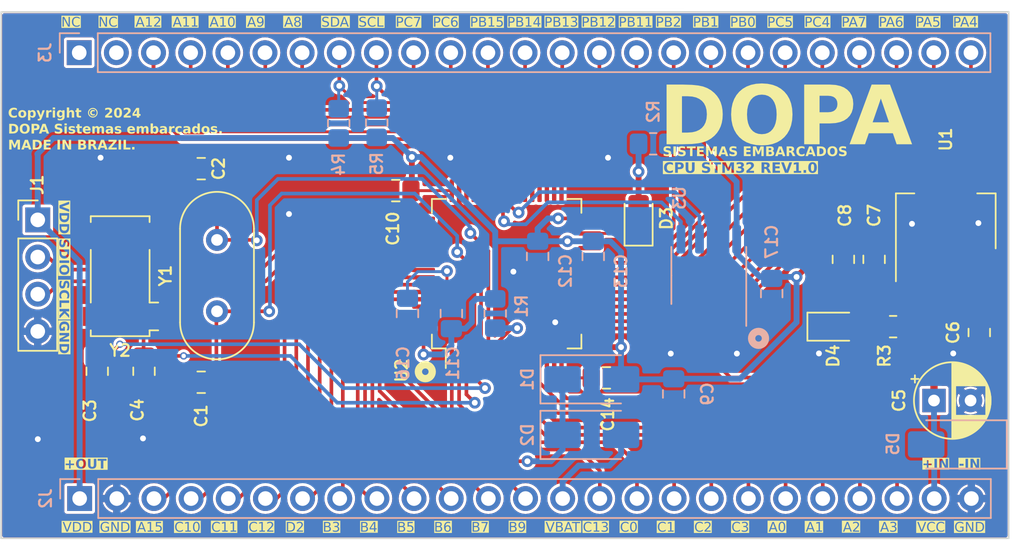
<source format=kicad_pcb>
(kicad_pcb (version 20221018) (generator pcbnew)
  (layers (0 "F.Cu" jumper) (31 "B.Cu" signal) (34 "B.Paste" user) (35 "F.Paste" user) (36 "B.SilkS" user "B.Silkscreen") (37 "F.SilkS" user "F.Silkscreen") (38 "B.Mask" user) (39 "F.Mask" user) (44 "Edge.Cuts" user))
  (net 0 "")
  (net 1 "GND")
  (net 2 "OSC1")
  (net 3 "OSC2")
  (net 4 "RTC1")
  (net 5 "RTC2")
  (net 6 "VCC")
  (net 7 "VDD")
  (net 8 "/Mcu/NRST")
  (net 9 "Net-(U2-PB8)")
  (net 10 "VDDBAT")
  (net 11 "VBT1")
  (net 12 "/Mcu/LED_ON")
  (net 13 "Net-(D3-A)")
  (net 14 "Net-(D4-A)")
  (net 15 "/Mcu/SWDIO")
  (net 16 "/Mcu/SWCLK")
  (net 17 "/Mcu/PA15")
  (net 18 "/Mcu/PC10")
  (net 19 "/Mcu/PC11")
  (net 20 "/Mcu/PC12")
  (net 21 "/Mcu/PD2")
  (net 22 "/Mcu/PB3")
  (net 23 "/Mcu/PB4")
  (net 24 "/Mcu/PB5")
  (net 25 "/Mcu/PB6")
  (net 26 "/Mcu/PB7")
  (net 27 "/Mcu/PB9")
  (net 28 "/Mcu/PC13")
  (net 29 "/Mcu/PC0")
  (net 30 "/Mcu/PC1")
  (net 31 "/Mcu/PC2")
  (net 32 "/Mcu/PC3")
  (net 33 "/Mcu/PA0")
  (net 34 "/Mcu/PA1")
  (net 35 "/Mcu/PA2")
  (net 36 "/Mcu/PA3")
  (net 39 "/Mcu/PA12")
  (net 40 "/Mcu/PA11")
  (net 41 "/Mcu/PA10")
  (net 42 "/Mcu/PA9")
  (net 43 "/Mcu/PA8")
  (net 44 "SDA")
  (net 45 "SCL")
  (net 46 "/Mcu/PC7")
  (net 47 "/Mcu/PC6")
  (net 48 "/Mcu/PB15")
  (net 49 "/Mcu/PB14")
  (net 50 "/Mcu/PB13")
  (net 51 "/Mcu/PB12")
  (net 52 "/Mcu/PB11")
  (net 53 "/Mcu/PB2")
  (net 54 "/Mcu/PB1")
  (net 55 "/Mcu/PB0")
  (net 56 "/Mcu/PC5")
  (net 57 "/Mcu/PC4")
  (net 58 "/Mcu/PA7")
  (net 59 "/Mcu/PA6")
  (net 60 "/Mcu/PA5")
  (net 61 "/Mcu/PA4")
  (footprint "Capacitor_SMD:C_0805_2012Metric_Pad1.18x1.45mm_HandSolder" (layer "F.Cu") (at 171.58 103.32 90)
    (fp_text reference "C8")
    (fp_text value "100nF")
  )
  (footprint "Capacitor_SMD:C_0805_2012Metric_Pad1.18x1.45mm_HandSolder" (layer "F.Cu") (at 127.68 97.12)
    (fp_text reference "C2")
    (fp_text value "12pF")
  )
  (footprint "Capacitor_SMD:C_0805_2012Metric_Pad1.18x1.45mm_HandSolder" (layer "F.Cu") (at 140.98 98.62)
    (fp_text reference "C10")
    (fp_text value "100nF")
  )
  (footprint "Capacitor_THT:CP_Radial_D5.0mm_P2.50mm" (layer "F.Cu") (at 177.774888 112.97)
    (fp_text reference "C5")
    (fp_text value "220x16")
  )
  (footprint "Autoban:Crystal_SMD_Abracon_ABS25 Vertical" (layer "F.Cu") (at 122.14 104.47 180)
    (fp_text reference "Y2")
    (fp_text value "CRYSTAL ABS25")
  )
  (footprint "LED_SMD:LED_0805_2012Metric_Pad1.15x1.40mm_HandSolder" (layer "F.Cu") (at 157.58 100.52 90)
    (fp_text reference "D3")
    (fp_text value "LED")
  )
  (footprint "LED_SMD:LED_0805_2012Metric_Pad1.15x1.40mm_HandSolder" (layer "F.Cu") (at 170.98 107.92)
    (fp_text reference "D4")
    (fp_text value "LED")
  )
  (footprint "Crystal:Crystal_HC49-4H_Vertical" (layer "F.Cu") (at 128.76 106.87 90)
    (fp_text reference "Y1")
    (fp_text value "25Mhz")
  )
  (footprint "Capacitor_SMD:C_0805_2012Metric_Pad1.18x1.45mm_HandSolder" (layer "F.Cu") (at 123.77 110.97 90)
    (fp_text reference "C3")
    (fp_text value "4.3pF")
  )
  (footprint "Capacitor_SMD:C_0805_2012Metric_Pad1.18x1.45mm_HandSolder" (layer "F.Cu") (at 155.38 111.42 180)
    (fp_text reference "C14")
    (fp_text value "100nF")
  )
  (footprint "Capacitor_SMD:C_0805_2012Metric_Pad1.18x1.45mm_HandSolder" (layer "F.Cu") (at 120.57 110.97 90)
    (fp_text reference "C4")
    (fp_text value "4.3pF")
  )
  (footprint "Capacitor_SMD:C_0805_2012Metric_Pad1.18x1.45mm_HandSolder" (layer "F.Cu") (at 173.68 103.32 90)
    (fp_text reference "C7")
    (fp_text value "10uF")
  )
  (footprint "Capacitor_SMD:C_0805_2012Metric_Pad1.18x1.45mm_HandSolder" (layer "F.Cu") (at 180.87 108.32 90)
    (fp_text reference "C6")
    (fp_text value "100nF")
  )
  (footprint "Package_TO_SOT_SMD:SOT-223-3_TabPin2" (layer "F.Cu") (at 178.58 100.72 90)
    (fp_text reference "U1")
    (fp_text value "LM1117MP-3.3")
  )
  (footprint "Connector_PinHeader_2.54mm:PinHeader_1x04_P2.54mm_Vertical" (layer "F.Cu") (at 116.505 100.62)
    (fp_text reference "J1")
    (fp_text value "GRAV")
  )
  (footprint "Resistor_SMD:R_0805_2012Metric_Pad1.20x1.40mm_HandSolder" (layer "F.Cu") (at 174.98 107.92 180)
    (fp_text reference "R3")
    (fp_text value "470R")
  )
  (footprint "Package_QFP:LQFP-64_10x10mm_P0.5mm" (layer "F.Cu") (at 148.56 104.3 90)
    (fp_text reference "U2")
    (fp_text value "STM32G431RBTx")
  )
  (footprint "Capacitor_SMD:C_0805_2012Metric_Pad1.18x1.45mm_HandSolder" (layer "F.Cu") (at 127.68 111.72)
    (fp_text reference "C1")
    (fp_text value "12pF")
  )
  (footprint "Capacitor_SMD:C_0805_2012Metric_Pad1.18x1.45mm_HandSolder" (layer "B.Cu") (at 144.78 107.02 -90)
    (fp_text reference "C11")
    (fp_text value "100nF")
  )
  (footprint "Diode_SMD:D_SMA" (layer "B.Cu") (at 154.38 111.52)
    (fp_text reference "D1")
    (fp_text value "US1M")
  )
  (footprint "Package_SO:SOIC-8_3.9x4.9mm_P1.27mm" (layer "B.Cu") (at 162.38 104.42 90)
    (fp_text reference "U3")
    (fp_text value "24LC64")
  )
  (footprint "Resistor_SMD:R_0805_2012Metric_Pad1.20x1.40mm_HandSolder" (layer "B.Cu") (at 137.08 94.02 -90)
    (fp_text reference "R4")
    (fp_text value "4k7")
  )
  (footprint "Capacitor_SMD:C_0805_2012Metric_Pad1.18x1.45mm_HandSolder" (layer "B.Cu") (at 150.68 103.12 90)
    (fp_text reference "C12")
    (fp_text value "100nF")
  )
  (footprint "Connector_PinHeader_2.54mm:PinHeader_1x25_P2.54mm_Vertical" (layer "B.Cu") (at 119.37 119.67 -90)
    (fp_text reference "J2")
    (fp_text value "LADO ESQ")
  )
  (footprint "Diode_SMD:D_SMA" (layer "B.Cu") (at 154.38 115.32)
    (fp_text reference "D2")
    (fp_text value "US1M")
  )
  (footprint "Capacitor_SMD:C_0805_2012Metric_Pad1.18x1.45mm_HandSolder" (layer "B.Cu") (at 159.98 112.52 90)
    (fp_text reference "C9")
    (fp_text value "10uF")
  )
  (footprint "Connector_PinHeader_2.54mm:PinHeader_1x25_P2.54mm_Vertical" (layer "B.Cu") (at 119.34 89.19 -90)
    (fp_text reference "J3")
    (fp_text value "LADO DIR")
  )
  (footprint "Capacitor_SMD:C_0805_2012Metric_Pad1.18x1.45mm_HandSolder" (layer "B.Cu") (at 166.68 105.6575 90)
    (fp_text reference "C17")
    (fp_text value "100nF")
  )
  (footprint "Capacitor_SMD:C_0805_2012Metric_Pad1.18x1.45mm_HandSolder" (layer "B.Cu") (at 141.78 107.02 90)
    (fp_text reference "C16")
    (fp_text value "100nF")
  )
  (footprint "Diode_SMD:D_SMA" (layer "B.Cu") (at 179.24 115.97 180)
    (fp_text reference "D5")
    (fp_text value "SMAJ6.5CA")
  )
  (footprint "Resistor_SMD:R_0805_2012Metric_Pad1.20x1.40mm_HandSolder" (layer "B.Cu") (at 139.68 93.98 -90)
    (fp_text reference "R5")
    (fp_text value "4k7")
  )
  (footprint "Capacitor_SMD:C_0805_2012Metric_Pad1.18x1.45mm_HandSolder" (layer "B.Cu") (at 154.48 103.12 90)
    (fp_text reference "C13")
    (fp_text value "100nF")
  )
  (footprint "Resistor_SMD:R_0805_2012Metric_Pad1.20x1.40mm_HandSolder" (layer "B.Cu") (at 158.58 95.42 180)
    (fp_text reference "R2")
    (fp_text value "470R")
  )
  (footprint "Resistor_SMD:R_0805_2012Metric_Pad1.20x1.40mm_HandSolder" (layer "B.Cu") (at 147.78 107.02 90)
    (fp_text reference "R1")
    (fp_text value "10k")
  )
  (gr_circle (center 165.78 108.72) (end 165.68 108.52) (stroke (width 0.5)) (fill none) (layer "B.SilkS"))
  (gr_circle (center 143 111) (end 143.223607 111) (stroke (width 0.5)) (fill none) (layer "F.SilkS"))
  (gr_line (start 182.88 86.4) (end 182.88 122.39) (stroke (width 0.1)) (layer "Edge.Cuts"))
  (gr_line (start 114.01 86.41) (end 182.88 86.4) (stroke (width 0.1)) (layer "Edge.Cuts"))
  (gr_line (start 182.88 122.39) (end 114 122.39) (stroke (width 0.1)) (layer "Edge.Cuts"))
  (gr_line (start 114 122.39) (end 114.01 86.41) (stroke (width 0.1)) (layer "Edge.Cuts"))
  (gr_text "A12\n" (at 123.19 87.52) (layer "F.SilkS" knockout) (effects (font (size 0.65 0.65)) (justify left bottom)))
  (gr_text "NC\n" (at 118.11 87.52) (layer "F.SilkS" knockout) (effects (font (size 0.65 0.65)) (justify left bottom)))
  (gr_text "VBAT" (at 151.225 122.045) (layer "F.SilkS" knockout) (effects (font (size 0.65 0.65)) (justify left bottom)))
  (gr_text "B6" (at 143.595 122.045) (layer "F.SilkS" knockout) (effects (font (size 0.65 0.65)) (justify left bottom)))
  (gr_text "C13" (at 153.765 122.045) (layer "F.SilkS" knockout) (effects (font (size 0.65 0.65)) (justify left bottom)))
  (gr_text "Copyright © 2024\nDOPA Sistemas embarcados.\nMADE IN BRAZIL. " (at 114.47 95.92) (layer "F.SilkS") (effects (font (size 0.65 0.65) (thickness 0.15) bold) (justify left bottom)))
  (gr_text "A1" (at 169.005 122.045) (layer "F.SilkS" knockout) (effects (font (size 0.65 0.65)) (justify left bottom)))
  (gr_text "PB15" (at 146.05 87.52) (layer "F.SilkS" knockout) (effects (font (size 0.65 0.65)) (justify left bottom)))
  (gr_text "SDIO" (at 117.88 101.9 270) (layer "F.SilkS" knockout) (effects (font (size 0.65 0.65) (thickness 0.15) bold) (justify left bottom)))
  (gr_text "+OUT" (at 118.32 117.73) (layer "F.SilkS" knockout) (effects (font (size 0.65 0.65) (thickness 0.15) bold) (justify left bottom)))
  (gr_text "A2\n" (at 171.545 122.045) (layer "F.SilkS" knockout) (effects (font (size 0.65 0.65)) (justify left bottom)))
  (gr_text "C0" (at 156.305 122.045) (layer "F.SilkS" knockout) (effects (font (size 0.65 0.65)) (justify left bottom)))
  (gr_text "PA5" (at 176.53 87.52) (layer "F.SilkS" knockout) (effects (font (size 0.65 0.65)) (justify left bottom)))
  (gr_text "A0" (at 166.465 122.045) (layer "F.SilkS" knockout) (effects (font (size 0.65 0.65)) (justify left bottom)))
  (gr_text "VCC" (at 176.625 122.045) (layer "F.SilkS" knockout) (effects (font (size 0.65 0.65)) (justify left bottom)))
  (gr_text "D2" (at 133.445 122.045) (layer "F.SilkS" knockout) (effects (font (size 0.65 0.65)) (justify left bottom)))
  (gr_text "A8" (at 133.35 87.52) (layer "F.SilkS" knockout) (effects (font (size 0.65 0.65)) (justify left bottom)))
  (gr_text "VDD" (at 117.88 99.37 270) (layer "F.SilkS" knockout) (effects (font (size 0.65 0.65) (thickness 0.15) bold) (justify left bottom)))
  (gr_text "PA7" (at 171.45 87.52) (layer "F.SilkS" knockout) (effects (font (size 0.65 0.65)) (justify left bottom)))
  (gr_text "A15\n" (at 123.285 122.045) (layer "F.SilkS" knockout) (effects (font (size 0.65 0.65)) (justify left bottom)))
  (gr_text "PB1" (at 161.29 87.52) (layer "F.SilkS" knockout) (effects (font (size 0.65 0.65)) (justify left bottom)))
  (gr_text "PC5" (at 166.37 87.52) (layer "F.SilkS" knockout) (effects (font (size 0.65 0.65)) (justify left bottom)))
  (gr_text "A3\n" (at 174.085 122.045) (layer "F.SilkS" knockout) (effects (font (size 0.65 0.65)) (justify left bottom)))
  (gr_text "SCLK" (at 117.88 104.72 270) (layer "F.SilkS" knockout) (effects (font (size 0.65 0.65) (thickness 0.15) bold) (justify left bottom)))
  (gr_text "PA4" (at 179.07 87.52) (layer "F.SilkS" knockout) (effects (font (size 0.65 0.65)) (justify left bottom)))
  (gr_text "B9" (at 148.685 122.045) (layer "F.SilkS" knockout) (effects (font (size 0.65 0.65)) (justify left bottom)))
  (gr_text "PB12" (at 153.67 87.52) (layer "F.SilkS" knockout) (effects (font (size 0.65 0.65)) (justify left bottom)))
  (gr_text "SISTEMAS EMBARCADOS" (at 159.22 96.37) (layer "F.SilkS") (effects (font (size 0.65 0.65) (thickness 0.125) bold) (justify left bottom)))
  (gr_text "C2" (at 161.385 122.045) (layer "F.SilkS" knockout) (effects (font (size 0.65 0.65)) (justify left bottom)))
  (gr_text "B7" (at 146.145 122.045) (layer "F.SilkS" knockout) (effects (font (size 0.65 0.65)) (justify left bottom)))
  (gr_text "PA6" (at 173.99 87.52) (layer "F.SilkS" knockout) (effects (font (size 0.65 0.65)) (justify left bottom)))
  (gr_text "-IN" (at 179.47 117.73) (layer "F.SilkS" knockout) (effects (font (size 0.65 0.65) (thickness 0.15) bold) (justify left bottom)))
  (gr_text "B4" (at 138.525 122.045) (layer "F.SilkS" knockout) (effects (font (size 0.65 0.65)) (justify left bottom)))
  (gr_text "GND" (at 120.745 122.045) (layer "F.SilkS" knockout) (effects (font (size 0.65 0.65)) (justify left bottom)))
  (gr_text "PC6" (at 143.51 87.52) (layer "F.SilkS" knockout) (effects (font (size 0.65 0.65)) (justify left bottom)))
  (gr_text "GND" (at 117.88 107.52 270) (layer "F.SilkS" knockout) (effects (font (size 0.65 0.65) (thickness 0.15) bold) (justify left bottom)))
  (gr_text "C1" (at 158.845 122.045) (layer "F.SilkS" knockout) (effects (font (size 0.65 0.65)) (justify left bottom)))
  (gr_text "SDA" (at 135.89 87.52) (layer "F.SilkS" knockout) (effects (font (size 0.65 0.65)) (justify left bottom)))
  (gr_text "PB2" (at 158.75 87.52) (layer "F.SilkS" knockout) (effects (font (size 0.65 0.65)) (justify left bottom)))
  (gr_text "SCL" (at 138.43 87.52) (layer "F.SilkS" knockout) (effects (font (size 0.65 0.65)) (justify left bottom)))
  (gr_text "PC7" (at 140.97 87.52) (layer "F.SilkS" knockout) (effects (font (size 0.65 0.65)) (justify left bottom)))
  (gr_text "PB0" (at 163.83 87.52) (layer "F.SilkS" knockout) (effects (font (size 0.65 0.65)) (justify left bottom)))
  (gr_text "GND" (at 179.165 122.045) (layer "F.SilkS" knockout) (effects (font (size 0.65 0.65)) (justify left bottom)))
  (gr_text "PB14" (at 148.59 87.52) (layer "F.SilkS" knockout) (effects (font (size 0.65 0.65)) (justify left bottom)))
  (gr_text "C12" (at 130.905 122.045) (layer "F.SilkS" knockout) (effects (font (size 0.65 0.65)) (justify left bottom)))
  (gr_text "CPU STM32 REV1.0\n" (at 159.27 97.52) (layer "F.SilkS" knockout) (effects (font (size 0.7 0.7) (thickness 0.15) bold) (justify left bottom)))
  (gr_text "B5" (at 141.065 122.045) (layer "F.SilkS" knockout) (effects (font (size 0.65 0.65)) (justify left bottom)))
  (gr_text "PB13" (at 151.13 87.52) (layer "F.SilkS" knockout) (effects (font (size 0.65 0.65)) (justify left bottom)))
  (gr_text "PC4" (at 168.91 87.52) (layer "F.SilkS" knockout) (effects (font (size 0.65 0.65)) (justify left bottom)))
  (gr_text "C11" (at 128.365 122.045) (layer "F.SilkS" knockout) (effects (font (size 0.65 0.65)) (justify left bottom)))
  (gr_text "PB11" (at 156.21 87.52) (layer "F.SilkS" knockout) (effects (font (size 0.65 0.65)) (justify left bottom)))
  (gr_text "NC\n" (at 120.65 87.52) (layer "F.SilkS" knockout) (effects (font (size 0.65 0.65)) (justify left bottom)))
  (gr_text "VDD\n" (at 118.205 122.045) (layer "F.SilkS" knockout) (effects (font (size 0.65 0.65)) (justify left bottom)))
  (gr_text "+IN" (at 176.96 117.73) (layer "F.SilkS" knockout) (effects (font (size 0.65 0.65) (thickness 0.15) bold) (justify left bottom)))
  (gr_text "A9" (at 130.81 87.52) (layer "F.SilkS" knockout) (effects (font (size 0.65 0.65)) (justify left bottom)))
  (gr_text "A10\n" (at 128.25 87.52) (layer "F.SilkS" knockout) (effects (font (size 0.65 0.65)) (justify left bottom)))
  (gr_text "DOPA" (at 158.98 96.13) (layer "F.SilkS") (effects (font (size 4 4) (thickness 0.15) bold) (justify left bottom)))
  (gr_text "C3" (at 163.925 122.045) (layer "F.SilkS" knockout) (effects (font (size 0.65 0.65)) (justify left bottom)))
  (gr_text "C10\n" (at 125.845 122.045) (layer "F.SilkS" knockout) (effects (font (size 0.65 0.65)) (justify left bottom)))
  (gr_text "A11	" (at 125.73 87.52) (layer "F.SilkS" knockout) (effects (font (size 0.65 0.65)) (justify left bottom)))
  (gr_text "B3" (at 135.985 122.045) (layer "F.SilkS" knockout) (effects (font (size 0.65 0.65)) (justify left bottom)))
  (via (at 120.8 96.37) (size 0.8) (drill 0.4) (layers "F.Cu" "B.Cu") (net 1))
  (via (at 169.91 109.75) (size 0.8) (drill 0.4) (layers "F.Cu" "B.Cu") (net 1))
  (via (at 144.71 96.37) (size 0.8) (drill 0.4) (layers "F.Cu" "B.Cu") (net 1))
  (via (at 151.88 107.62) (size 0.8) (drill 0.4) (layers "F.Cu" "B.Cu") (net 1))
  (via (at 179.09 109.75) (size 0.8) (drill 0.4) (layers "F.Cu" "B.Cu") (net 1))
  (via (at 155.49 96.37) (size 0.8) (drill 0.4) (layers "F.Cu" "B.Cu") (net 1))
  (via (at 133.68 100.22) (size 0.8) (drill 0.4) (layers "F.Cu" "B.Cu") (net 1))
  (via (at 149.02 104.16) (size 0.8) (drill 0.4) (layers "F.Cu" "B.Cu") (net 1))
  (via (at 176.27 100.89) (size 0.8) (drill 0.4) (layers "F.Cu" "B.Cu") (net 1))
  (via (at 159.78 109.76) (size 0.8) (drill 0.4) (layers "F.Cu" "B.Cu") (net 1))
  (via (at 123.7 115.56) (size 0.8) (drill 0.4) (layers "F.Cu" "B.Cu") (net 1))
  (via (at 133.68 96.37) (size 0.8) (drill 0.4) (layers "F.Cu" "B.Cu") (net 1))
  (via (at 180.81 100.84) (size 0.8) (drill 0.4) (layers "F.Cu" "B.Cu") (net 1))
  (via (at 164.3 109.76) (size 0.8) (drill 0.4) (layers "F.Cu" "B.Cu") (net 1))
  (via (at 116.51 115.61) (size 0.8) (drill 0.4) (layers "F.Cu" "B.Cu") (net 1))
  (segment (start 132.33 106.87) (end 128.76 106.87) (width 0.25) (layer "F.Cu") (net 2))
  (segment (start 128.7175 111.72) (end 128.7175 106.9125) (width 0.25) (layer "F.Cu") (net 2))
  (segment (start 145.18 102.82) (end 146.81 104.45) (width 0.25) (layer "F.Cu") (net 2))
  (segment (start 146.81 104.45) (end 146.81 109.975) (width 0.25) (layer "F.Cu") (net 2))
  (segment (start 128.7175 106.9125) (end 128.76 106.87) (width 0.2) (layer "F.Cu") (net 2))
  (via (at 132.33 106.87) (size 0.8) (drill 0.4) (layers "F.Cu" "B.Cu") (net 2))
  (via (at 145.18 102.82) (size 0.8) (drill 0.4) (layers "F.Cu" "B.Cu") (net 2))
  (segment (start 145.18 101.72) (end 142.28 98.82) (width 0.25) (layer "B.Cu") (net 2))
  (segment (start 145.18 102.82) (end 145.18 101.72) (width 0.25) (layer "B.Cu") (net 2))
  (segment (start 142.28 98.82) (end 133.18 98.82) (width 0.25) (layer "B.Cu") (net 2))
  (segment (start 132.38 99.62) (end 132.38 106.82) (width 0.25) (layer "B.Cu") (net 2))
  (segment (start 133.18 98.82) (end 132.38 99.62) (width 0.25) (layer "B.Cu") (net 2))
  (segment (start 132.38 106.82) (end 132.33 106.87) (width 0.25) (layer "B.Cu") (net 2))
  (segment (start 128.76 101.99) (end 128.76 97.1625) (width 0.25) (layer "F.Cu") (net 3))
  (segment (start 131.48 102.02) (end 131.45 101.99) (width 0.25) (layer "F.Cu") (net 3))
  (segment (start 146.08 101.52) (end 147.31 102.75) (width 0.25) (layer "F.Cu") (net 3))
  (segment (start 128.76 97.1625) (end 128.7175 97.12) (width 0.2) (layer "F.Cu") (net 3))
  (segment (start 147.31 102.75) (end 147.31 109.975) (width 0.25) (layer "F.Cu") (net 3))
  (segment (start 131.45 101.99) (end 128.76 101.99) (width 0.25) (layer "F.Cu") (net 3))
  (via (at 146.08 101.52) (size 0.8) (drill 0.4) (layers "F.Cu" "B.Cu") (net 3))
  (via (at 131.48 102.02) (size 0.8) (drill 0.4) (layers "F.Cu" "B.Cu") (net 3))
  (segment (start 131.48 99.27) (end 131.48 102.02) (width 0.25) (layer "B.Cu") (net 3))
  (segment (start 146.08 101.12) (end 142.78 97.82) (width 0.25) (layer "B.Cu") (net 3))
  (segment (start 146.08 101.52) (end 146.08 101.12) (width 0.25) (layer "B.Cu") (net 3))
  (segment (start 142.78 97.82) (end 132.93 97.82) (width 0.25) (layer "B.Cu") (net 3))
  (segment (start 132.93 97.82) (end 131.48 99.27) (width 0.25) (layer "B.Cu") (net 3))
  (segment (start 126.48 109.92) (end 123.7825 109.92) (width 0.25) (layer "F.Cu") (net 4))
  (segment (start 146.38 113.12) (end 145.81 112.55) (width 0.25) (layer "F.Cu") (net 4))
  (segment (start 123.68 107.17) (end 124.73 107.17) (width 0.25) (layer "F.Cu") (net 4))
  (segment (start 123.79 107.17) (end 123.74 107.22) (width 0.25) (layer "F.Cu") (net 4))
  (segment (start 123.74 109.9025) (end 123.77 109.9325) (width 0.25) (layer "F.Cu") (net 4))
  (segment (start 123.7825 109.92) (end 123.77 109.9325) (width 0.25) (layer "F.Cu") (net 4))
  (segment (start 145.81 112.55) (end 145.81 109.975) (width 0.25) (layer "F.Cu") (net 4))
  (segment (start 123.74 109.8025) (end 123.77 109.8325) (width 0.25) (layer "F.Cu") (net 4))
  (segment (start 123.74 107.22) (end 123.74 109.9025) (width 0.25) (layer "F.Cu") (net 4))
  (via (at 146.38 113.12) (size 0.8) (drill 0.4) (layers "F.Cu" "B.Cu") (net 4))
  (via (at 126.48 109.92) (size 0.5) (drill 0.3) (layers "F.Cu" "B.Cu") (net 4))
  (segment (start 136.98 113.12) (end 146.38 113.12) (width 0.25) (layer "B.Cu") (net 4))
  (segment (start 126.48 109.92) (end 133.78 109.92) (width 0.25) (layer "B.Cu") (net 4))
  (segment (start 133.78 109.92) (end 136.98 113.12) (width 0.25) (layer "B.Cu") (net 4))
  (segment (start 120.54 107.22) (end 120.54 109.9025) (width 0.25) (layer "F.Cu") (net 5))
  (segment (start 120.57 109.9325) (end 121.3075 109.9325) (width 0.25) (layer "F.Cu") (net 5))
  (segment (start 120.54 109.9025) (end 120.57 109.9325) (width 0.25) (layer "F.Cu") (net 5))
  (segment (start 147.08 112.12) (end 146.31 111.35) (width 0.25) (layer "F.Cu") (net 5))
  (segment (start 121.3075 109.9325) (end 122.12 109.12) (width 0.25) (layer "F.Cu") (net 5))
  (segment (start 120.54 109.8025) (end 120.57 109.8325) (width 0.25) (layer "F.Cu") (net 5))
  (segment (start 146.31 111.35) (end 146.31 109.975) (width 0.25) (layer "F.Cu") (net 5))
  (via (at 147.08 112.12) (size 0.8) (drill 0.4) (layers "F.Cu" "B.Cu") (net 5))
  (via (at 122.12 109.12) (size 0.5) (drill 0.3) (layers "F.Cu" "B.Cu") (net 5))
  (segment (start 134.38 109.12) (end 122.12 109.12) (width 0.25) (layer "B.Cu") (net 5))
  (segment (start 137.38 112.12) (end 134.38 109.12) (width 0.25) (layer "B.Cu") (net 5))
  (segment (start 147.08 112.12) (end 137.38 112.12) (width 0.25) (layer "B.Cu") (net 5))
  (segment (start 177.824888 113.34) (end 177.774888 113.29) (width 0.5) (layer "F.Cu") (net 6))
  (segment (start 177.774888 113.29) (end 177.774888 108.725112) (width 0.5) (layer "F.Cu") (net 6))
  (segment (start 179.2175 107.2825) (end 180.87 107.2825) (width 0.5) (layer "F.Cu") (net 6))
  (segment (start 180.87 107.2825) (end 180.88 107.2725) (width 0.5) (layer "F.Cu") (net 6))
  (segment (start 180.88 107.2725) (end 180.88 103.87) (width 0.5) (layer "F.Cu") (net 6))
  (segment (start 177.774888 108.725112) (end 179.2175 107.2825) (width 0.5) (layer "F.Cu") (net 6))
  (segment (start 177.79 116.52) (end 177.24 115.97) (width 0.4) (layer "B.Cu") (net 6))
  (segment (start 177.79 119.67) (end 177.79 116.52) (width 0.4) (layer "B.Cu") (net 6))
  (segment (start 177.774888 115.435112) (end 177.774888 113.29) (width 0.4) (layer "B.Cu") (net 6))
  (segment (start 177.24 115.97) (end 177.774888 115.435112) (width 0.4) (layer "B.Cu") (net 6))
  (segment (start 177.774888 113.29) (end 177.824888 113.34) (width 0.4) (layer "B.Cu") (net 6))
  (segment (start 170.68 102.22) (end 168.38 104.52) (width 0.4) (layer "F.Cu") (net 7))
  (segment (start 152.7175 102.0825) (end 152.75 102.05) (width 0.2) (layer "F.Cu") (net 7))
  (segment (start 154.88 109.32) (end 154.3425 109.8575) (width 0.4) (layer "F.Cu") (net 7))
  (segment (start 144.805 98.62) (end 144.81 98.625) (width 0.2) (layer "F.Cu") (net 7))
  (segment (start 178.58 103.87) (end 178.58 97.57) (width 0.5) (layer "F.Cu") (net 7))
  (segment (start 172.38 102.22) (end 173.6425 102.22) (width 0.5) (layer "F.Cu") (net 7))
  (segment (start 173.68 99.82) (end 175.93 97.57) (width 0.5) (layer "F.Cu") (net 7))
  (segment (start 172.38 102.22) (end 170.68 102.22) (width 0.4) (layer "F.Cu") (net 7))
  (segment (start 156.38 109.32) (end 154.88 109.32) (width 0.4) (layer "F.Cu") (net 7))
  (segment (start 142.88 108.055) (end 142.885 108.05) (width 0.25) (layer "F.Cu") (net 7))
  (segment (start 173.68 102.1825) (end 173.68 99.82) (width 0.5) (layer "F.Cu") (net 7))
  (segment (start 154.205 100.52) (end 154.235 100.55) (width 0.25) (layer "F.Cu") (net 7))
  (segment (start 178.58 105.32) (end 175.98 107.92) (width 0.5) (layer "F.Cu") (net 7))
  (segment (start 152.31 109.975) (end 152.31 111.05) (width 0.2) (layer "F.Cu") (net 7))
  (segment (start 142.08 98.5575) (end 142.0175 98.62) (width 0.4) (layer "F.Cu") (net 7))
  (segment (start 152.75 102.05) (end 154.235 102.05) (width 0.2) (layer "F.Cu") (net 7))
  (segment (start 142.88 109.82) (end 142.88 108.055) (width 0.25) (layer "F.Cu") (net 7))
  (segment (start 152.68 111.42) (end 154.3425 111.42) (width 0.2) (layer "F.Cu") (net 7))
  (segment (start 175.93 97.57) (end 178.58 97.57) (width 0.5) (layer "F.Cu") (net 7))
  (segment (start 142.0175 98.62) (end 144.805 98.62) (width 0.2) (layer "F.Cu") (net 7))
  (segment (start 173.6425 102.22) (end 173.68 102.1825) (width 0.5) (layer "F.Cu") (net 7))
  (segment (start 154.3425 109.8575) (end 154.3425 111.42) (width 0.4) (layer "F.Cu") (net 7))
  (segment (start 152.31 111.05) (end 152.68 111.42) (width 0.2) (layer "F.Cu") (net 7))
  (segment (start 152.08 100.52) (end 154.205 100.52) (width 0.25) (layer "F.Cu") (net 7))
  (segment (start 142.08 96.32) (end 142.08 98.5575) (width 0.4) (layer "F.Cu") (net 7))
  (segment (start 178.58 103.87) (end 178.58 105.32) (width 0.5) (layer "F.Cu") (net 7))
  (via (at 168.38 104.52) (size 0.8) (drill 0.4) (layers "F.Cu" "B.Cu") (net 7))
  (via (at 152.08 100.52) (size 0.8) (drill 0.4) (layers "F.Cu" "B.Cu") (net 7))
  (via (at 142.08 96.32) (size 0.8) (drill 0.4) (layers "F.Cu" "B.Cu") (net 7))
  (via (at 156.38 109.32) (size 0.8) (drill 0.4) (layers "F.Cu" "B.Cu") (net 7))
  (via (at 152.7175 102.0825) (size 0.8) (drill 0.4) (layers "F.Cu" "B.Cu") (net 7))
  (via (at 142.88 109.82) (size 0.8) (drill 0.4) (layers "F.Cu" "B.Cu") (net 7))
  (segment (start 116.48 96.12) (end 116.505 96.145) (width 0.4) (layer "B.Cu") (net 7))
  (segment (start 165.88 104.52) (end 168.38 104.52) (width 0.4) (layer "B.Cu") (net 7))
  (segment (start 116.505 96.145) (end 116.505 100.62) (width 0.4) (layer "B.Cu") (net 7))
  (segment (start 147.78 102.0825) (end 150.68 102.0825) (width 0.4) (layer "B.Cu") (net 7))
  (segment (start 155.6425 102.0825) (end 154.48 102.0825) (width 0.4) (layer "B.Cu") (net 7))
  (segment (start 144.78 109.22) (end 144.18 109.82) (width 0.4) (layer "B.Cu") (net 7))
  (segment (start 156.38 111.52) (end 159.9425 111.52) (width 0.4) (layer "B.Cu") (net 7))
  (segment (start 142.68 96.32) (end 142.08 96.32) (width 0.4) (layer "B.Cu") (net 7))
  (segment (start 119.37 120.14) (end 119.37 103.485) (width 0.4) (layer "B.Cu") (net 7))
  (segment (start 164.285 101.945) (end 164.285 102.925) (width 0.4) (layer "B.Cu") (net 7))
  (segment (start 168.38 107.62) (end 168.38 104.52) (width 0.4) (layer "B.Cu") (net 7))
  (segment (start 119.37 103.485) (end 116.505 100.62) (width 0.4) (layer "B.Cu") (net 7))
  (segment (start 147.78 101.42) (end 142.68 96.32) (width 0.4) (layer "B.Cu") (net 7))
  (segment (start 147.78 102.0825) (end 147.78 101.42) (width 0.4) (layer "B.Cu") (net 7))
  (segment (start 144.78 108.0575) (end 144.78 109.22) (width 0.4) (layer "B.Cu") (net 7))
  (segment (start 156.38 102.82) (end 155.6425 102.0825) (width 0.4) (layer "B.Cu") (net 7))
  (segment (start 161.68 95.42) (end 164.285 98.025) (width 0.4) (layer "B.Cu") (net 7))
  (segment (start 146.48 106.02) (end 147.78 106.02) (width 0.4) (layer "B.Cu") (net 7))
  (segment (start 146.18 106.32) (end 146.48 106.02) (width 0.4) (layer "B.Cu") (net 7))
  (segment (start 151.38 100.52) (end 152.08 100.52) (width 0.4) (layer "B.Cu") (net 7))
  (segment (start 137.08 95.02) (end 140.78 95.02) (width 0.4) (layer "B.Cu") (net 7))
  (segment (start 150.68 101.22) (end 151.38 100.52) (width 0.4) (layer "B.Cu") (net 7))
  (segment (start 159.98 111.4825) (end 164.5175 111.4825) (width 0.4) (layer "B.Cu") (net 7))
  (segment (start 152.7175 102.0825) (end 150.68 102.0825) (width 0.4) (layer "B.Cu") (net 7))
  (segment (start 164.285 102.925) (end 165.88 104.52) (width 0.4) (layer "B.Cu") (net 7))
  (segment (start 164.285 98.025) (end 164.285 101.945) (width 0.4) (layer "B.Cu") (net 7))
  (segment (start 159.58 95.42) (end 161.68 95.42) (width 0.4) (layer "B.Cu") (net 7))
  (segment (start 147.78 106.02) (end 147.78 102.0825) (width 0.4) (layer "B.Cu") (net 7))
  (segment (start 144.78 108.0575) (end 145.7425 108.0575) (width 0.4) (layer "B.Cu") (net 7))
  (segment (start 156.38 111.52) (end 156.38 102.82) (width 0.4) (layer "B.Cu") (net 7))
  (segment (start 164.5175 111.4825) (end 168.38 107.62) (width 0.4) (layer "B.Cu") (net 7))
  (segment (start 152.7175 102.0825) (end 154.48 102.0825) (width 0.4) (layer "B.Cu") (net 7))
  (segment (start 150.68 102.0825) (end 150.68 101.22) (width 0.4) (layer "B.Cu") (net 7))
  (segment (start 137.08 95.02) (end 117.58 95.02) (width 0.4) (layer "B.Cu") (net 7))
  (segment (start 145.7425 108.0575) (end 146.18 107.62) (width 0.4) (layer "B.Cu") (net 7))
  (segment (start 117.58 95.02) (end 116.48 96.12) (width 0.4) (layer "B.Cu") (net 7))
  (segment (start 159.9425 111.52) (end 159.98 111.4825) (width 0.4) (layer "B.Cu") (net 7))
  (segment (start 140.78 95.02) (end 142.08 96.32) (width 0.4) (layer "B.Cu") (net 7))
  (segment (start 146.18 107.62) (end 146.18 106.32) (width 0.4) (layer "B.Cu") (net 7))
  (segment (start 144.18 109.82) (end 142.88 109.82) (width 0.4) (layer "B.Cu") (net 7))
  (segment (start 147.81 109.132236) (end 148.922236 108.02) (width 0.25) (layer "F.Cu") (net 8))
  (segment (start 147.81 109.975) (end 147.81 109.132236) (width 0.25) (layer "F.Cu") (net 8))
  (segment (start 148.922236 108.02) (end 149.28 108.02) (width 0.25) (layer "F.Cu") (net 8))
  (via (at 149.28 108.02) (size 0.8) (drill 0.4) (layers "F.Cu" "B.Cu") (net 8))
  (segment (start 147.78 108.02) (end 149.28 108.02) (width 0.4) (layer "B.Cu") (net 8))
  (segment (start 144.48 104.12) (end 144.48 105.82) (width 0.2) (layer "F.Cu") (net 9))
  (segment (start 143.75 106.55) (end 142.885 106.55) (width 0.2) (layer "F.Cu") (net 9))
  (segment (start 144.48 105.82) (end 143.75 106.55) (width 0.2) (layer "F.Cu") (net 9))
  (via (at 144.48 104.12) (size 0.8) (drill 0.4) (layers "F.Cu" "B.Cu") (net 9))
  (segment (start 141.78 105.9825) (end 141.78 104.8575) (width 0.2) (layer "B.Cu") (net 9))
  (segment (start 144.48 104.12) (end 144.4425 104.1575) (width 0.2) (layer "B.Cu") (net 9))
  (segment (start 144.4425 104.1575) (end 142.48 104.1575) (width 0.2) (layer "B.Cu") (net 9))
  (segment (start 141.78 104.8575) (end 142.48 104.1575) (width 0.2) (layer "B.Cu") (net 9))
  (segment (start 149.98 117.12) (end 148.18 117.12) (width 0.25) (layer "F.Cu") (net 10))
  (segment (start 144.81 113.75) (end 144.81 109.975) (width 0.25) (layer "F.Cu") (net 10))
  (segment (start 148.18 117.12) (end 144.81 113.75) (width 0.25) (layer "F.Cu") (net 10))
  (via (at 149.98 117.12) (size 0.8) (drill 0.4) (layers "F.Cu" "B.Cu") (net 10))
  (segment (start 151.58 117.12) (end 149.98 117.12) (width 0.4) (layer "B.Cu") (net 10))
  (segment (start 152.38 111.52) (end 152.38 115.32) (width 0.4) (layer "B.Cu") (net 10))
  (segment (start 152.38 115.32) (end 152.38 116.32) (width 0.4) (layer "B.Cu") (net 10))
  (segment (start 152.39 116.03) (end 152.38 116.02) (width 0.2) (layer "B.Cu") (net 10))
  (segment (start 152.38 116.32) (end 151.58 117.12) (width 0.4) (layer "B.Cu") (net 10))
  (segment (start 152.39 118.51) (end 153.48 117.42) (width 0.4) (layer "B.Cu") (net 11))
  (segment (start 152.39 120.14) (end 152.39 118.51) (width 0.4) (layer "B.Cu") (net 11))
  (segment (start 153.48 117.42) (end 155.58 117.42) (width 0.4) (layer "B.Cu") (net 11))
  (segment (start 155.58 117.42) (end 156.38 116.62) (width 0.4) (layer "B.Cu") (net 11))
  (segment (start 156.38 116.62) (end 156.38 115.32) (width 0.4) (layer "B.Cu") (net 11))
  (segment (start 157.58 101.545) (end 154.24 101.545) (width 0.2) (layer "F.Cu") (net 12))
  (segment (start 154.24 101.545) (end 154.235 101.55) (width 0.2) (layer "F.Cu") (net 12))
  (segment (start 157.58 97.32) (end 157.58 99.495) (width 0.4) (layer "F.Cu") (net 13))
  (via (at 157.58 97.32) (size 0.8) (drill 0.4) (layers "F.Cu" "B.Cu") (net 13))
  (segment (start 157.58 95.42) (end 157.58 97.32) (width 0.4) (layer "B.Cu") (net 13))
  (segment (start 173.98 107.92) (end 172.005 107.92) (width 0.4) (layer "F.Cu") (net 14))
  (segment (start 135.25 100.55) (end 131.78 104.02) (width 0.25) (layer "F.Cu") (net 15))
  (segment (start 142.885 100.55) (end 135.25 100.55) (width 0.25) (layer "F.Cu") (net 15))
  (segment (start 131.78 104.02) (end 118.08 104.02) (width 0.25) (layer "F.Cu") (net 15))
  (segment (start 118.08 104.02) (end 116.82 102.76) (width 0.25) (layer "F.Cu") (net 15))
  (segment (start 116.82 102.76) (end 116.505 102.76) (width 0.25) (layer "F.Cu") (net 15))
  (segment (start 132.08 104.82) (end 135.85 101.05) (width 0.25) (layer "F.Cu") (net 16))
  (segment (start 118.08 104.82) (end 132.08 104.82) (width 0.25) (layer "F.Cu") (net 16))
  (segment (start 117.2 105.7) (end 118.08 104.82) (width 0.25) (layer "F.Cu") (net 16))
  (segment (start 135.85 101.05) (end 142.885 101.05) (width 0.25) (layer "F.Cu") (net 16))
  (segment (start 116.505 105.7) (end 117.2 105.7) (width 0.25) (layer "F.Cu") (net 16))
  (segment (start 133.38 111.42) (end 133.38 104.22) (width 0.25) (layer "F.Cu") (net 17))
  (segment (start 124.66 120.14) (end 133.38 111.42) (width 0.25) (layer "F.Cu") (net 17))
  (segment (start 133.38 104.22) (end 136.05 101.55) (width 0.25) (layer "F.Cu") (net 17))
  (segment (start 136.05 101.55) (end 142.885 101.55) (width 0.25) (layer "F.Cu") (net 17))
  (segment (start 124.45 120.14) (end 124.66 120.14) (width 0.25) (layer "F.Cu") (net 17))
  (segment (start 136.65 102.05) (end 142.885 102.05) (width 0.25) (layer "F.Cu") (net 18))
  (segment (start 126.99 120.14) (end 127.16 120.14) (width 0.25) (layer "F.Cu") (net 18))
  (segment (start 134.18 104.52) (end 136.65 102.05) (width 0.25) (layer "F.Cu") (net 18))
  (segment (start 127.16 120.14) (end 134.18 113.12) (width 0.25) (layer "F.Cu") (net 18))
  (segment (start 134.18 113.12) (end 134.18 104.52) (width 0.25) (layer "F.Cu") (net 18))
  (segment (start 129.76 120.14) (end 134.98 114.92) (width 0.25) (layer "F.Cu") (net 19))
  (segment (start 134.98 104.82) (end 137.25 102.55) (width 0.25) (layer "F.Cu") (net 19))
  (segment (start 134.98 114.92) (end 134.98 104.82) (width 0.25) (layer "F.Cu") (net 19))
  (segment (start 129.53 120.14) (end 129.76 120.14) (width 0.25) (layer "F.Cu") (net 19))
  (segment (start 137.25 102.55) (end 142.885 102.55) (width 0.25) (layer "F.Cu") (net 19))
  (segment (start 137.85 103.05) (end 142.885 103.05) (width 0.25) (layer "F.Cu") (net 20))
  (segment (start 135.78 105.12) (end 137.85 103.05) (width 0.25) (layer "F.Cu") (net 20))
  (segment (start 135.78 116.72) (end 135.78 105.12) (width 0.25) (layer "F.Cu") (net 20))
  (segment (start 132.07 120.14) (end 132.36 120.14) (width 0.25) (layer "F.Cu") (net 20))
  (segment (start 132.36 120.14) (end 135.78 116.72) (width 0.25) (layer "F.Cu") (net 20))
  (segment (start 136.58 105.52) (end 138.55 103.55) (width 0.25) (layer "F.Cu") (net 21))
  (segment (start 134.61 120.14) (end 136.58 118.17) (width 0.25) (layer "F.Cu") (net 21))
  (segment (start 138.55 103.55) (end 142.885 103.55) (width 0.25) (layer "F.Cu") (net 21))
  (segment (start 136.58 118.17) (end 136.58 105.52) (width 0.25) (layer "F.Cu") (net 21))
  (segment (start 137.36 105.9) (end 139.21 104.05) (width 0.25) (layer "F.Cu") (net 22))
  (segment (start 139.21 104.05) (end 142.885 104.05) (width 0.25) (layer "F.Cu") (net 22))
  (segment (start 137.36 119.93) (end 137.36 105.9) (width 0.25) (layer "F.Cu") (net 22))
  (segment (start 137.15 120.14) (end 137.36 119.93) (width 0.25) (layer "F.Cu") (net 22))
  (segment (start 139.81 104.55) (end 142.885 104.55) (width 0.25) (layer "F.Cu") (net 23))
  (segment (start 138.38 118.83) (end 138.38 105.98) (width 0.25) (layer "F.Cu") (net 23))
  (segment (start 138.38 105.98) (end 139.81 104.55) (width 0.25) (layer "F.Cu") (net 23))
  (segment (start 139.69 120.14) (end 138.38 118.83) (width 0.25) (layer "F.Cu") (net 23))
  (segment (start 138.88 106.22) (end 140.05 105.05) (width 0.25) (layer "F.Cu") (net 24))
  (segment (start 142.23 119.57) (end 138.88 116.22) (width 0.25) (layer "F.Cu") (net 24))
  (segment (start 140.05 105.05) (end 142.885 105.05) (width 0.25) (layer "F.Cu") (net 24))
  (segment (start 138.88 116.22) (end 138.88 106.22) (width 0.25) (layer "F.Cu") (net 24))
  (segment (start 142.23 120.14) (end 142.23 119.57) (width 0.25) (layer "F.Cu") (net 24))
  (segment (start 144.77 119.71) (end 139.38 114.32) (width 0.25) (layer "F.Cu") (net 25))
  (segment (start 140.25 105.55) (end 142.885 105.55) (width 0.25) (layer "F.Cu") (net 25))
  (segment (start 139.38 114.32) (end 139.38 106.42) (width 0.25) (layer "F.Cu") (net 25))
  (segment (start 144.77 120.14) (end 144.77 119.71) (width 0.25) (layer "F.Cu") (net 25))
  (segment (start 139.38 106.42) (end 140.25 105.55) (width 0.25) (layer "F.Cu") (net 25))
  (segment (start 147.31 119.75) (end 139.88 112.32) (width 0.25) (layer "F.Cu") (net 26))
  (segment (start 139.88 106.62) (end 140.45 106.05) (width 0.25) (layer "F.Cu") (net 26))
  (segment (start 147.31 120.14) (end 147.31 119.75) (width 0.25) (layer "F.Cu") (net 26))
  (segment (start 140.45 106.05) (end 142.885 106.05) (width 0.25) (layer "F.Cu") (net 26))
  (segment (start 139.88 112.32) (end 139.88 106.62) (width 0.25) (layer "F.Cu") (net 26))
  (segment (start 149.85 120.14) (end 149.85 119.69) (width 0.25) (layer "F.Cu") (net 27))
  (segment (start 140.38 107.62) (end 140.95 107.05) (width 0.25) (layer "F.Cu") (net 27))
  (segment (start 140.95 107.05) (end 142.885 107.05) (width 0.25) (layer "F.Cu") (net 27))
  (segment (start 140.38 110.22) (end 140.38 107.62) (width 0.25) (layer "F.Cu") (net 27))
  (segment (start 149.85 119.69) (end 140.38 110.22) (width 0.25) (layer "F.Cu") (net 27))
  (segment (start 145.31 113.25) (end 148.38 116.32) (width 0.25) (layer "F.Cu") (net 28))
  (segment (start 148.38 116.32) (end 153.48 116.32) (width 0.25) (layer "F.Cu") (net 28))
  (segment (start 145.31 109.975) (end 145.31 113.25) (width 0.25) (layer "F.Cu") (net 28))
  (segment (start 154.93 117.77) (end 154.93 120.14) (width 0.25) (layer "F.Cu") (net 28))
  (segment (start 153.48 116.32) (end 154.93 117.77) (width 0.25) (layer "F.Cu") (net 28))
  (segment (start 150.88 115.82) (end 155.98 115.82) (width 0.25) (layer "F.Cu") (net 29))
  (segment (start 157.47 117.31) (end 157.47 120.14) (width 0.25) (layer "F.Cu") (net 29))
  (segment (start 148.31 113.25) (end 150.88 115.82) (width 0.25) (layer "F.Cu") (net 29))
  (segment (start 148.31 109.975) (end 148.31 113.25) (width 0.25) (layer "F.Cu") (net 29))
  (segment (start 155.98 115.82) (end 157.47 117.31) (width 0.25) (layer "F.Cu") (net 29))
  (segment (start 158.58 115.32) (end 160.01 116.75) (width 0.25) (layer "F.Cu") (net 30))
  (segment (start 151.18 115.32) (end 158.58 115.32) (width 0.25) (layer "F.Cu") (net 30))
  (segment (start 148.81 112.95) (end 151.18 115.32) (width 0.25) (layer "F.Cu") (net 30))
  (segment (start 148.81 109.975) (end 148.81 112.95) (width 0.25) (layer "F.Cu") (net 30))
  (segment (start 160.01 116.75) (end 160.01 120.14) (width 0.25) (layer "F.Cu") (net 30))
  (segment (start 149.31 109.975) (end 149.31 112.65) (width 0.25) (layer "F.Cu") (net 31))
  (segment (start 162.55 116.19) (end 162.55 120.14) (width 0.25) (layer "F.Cu") (net 31))
  (segment (start 161.18 114.82) (end 162.55 116.19) (width 0.25) (layer "F.Cu") (net 31))
  (segment (start 151.48 114.82) (end 161.18 114.82) (width 0.25) (layer "F.Cu") (net 31))
  (segment (start 149.31 112.65) (end 151.48 114.82) (width 0.25) (layer "F.Cu") (net 31))
  (segment (start 149.81 109.975) (end 149.81 112.35) (width 0.25) (layer "F.Cu") (net 32))
  (segment (start 165.09 115.63) (end 165.09 120.14) (width 0.25) (layer "F.Cu") (net 32))
  (segment (start 163.78 114.32) (end 165.09 115.63) (width 0.25) (layer "F.Cu") (net 32))
  (segment (start 151.78 114.32) (end 163.78 114.32) (width 0.25) (layer "F.Cu") (net 32))
  (segment (start 149.81 112.35) (end 151.78 114.32) (width 0.25) (layer "F.Cu") (net 32))
  (segment (start 167.63 120.14) (end 167.63 115.17) (width 0.25) (layer "F.Cu") (net 33))
  (segment (start 166.28 113.82) (end 152.08 113.82) (width 0.25) (layer "F.Cu") (net 33))
  (segment (start 152.08 113.82) (end 150.31 112.05) (width 0.25) (layer "F.Cu") (net 33))
  (segment (start 150.31 112.05) (end 150.31 109.975) (width 0.25) (layer "F.Cu") (net 33))
  (segment (start 167.63 115.17) (end 166.28 113.82) (width 0.25) (layer "F.Cu") (net 33))
  (segment (start 168.88 113.32) (end 170.17 114.61) (width 0.25) (layer "F.Cu") (net 34))
  (segment (start 150.81 111.75) (end 152.38 113.32) (width 0.25) (layer "F.Cu") (net 34))
  (segment (start 152.38 113.32) (end 168.88 113.32) (width 0.25) (layer "F.Cu") (net 34))
  (segment (start 150.81 109.975) (end 150.81 111.75) (width 0.25) (layer "F.Cu") (net 34))
  (segment (start 170.17 114.61) (end 170.17 120.14) (width 0.25) (layer "F.Cu") (net 34))
  (segment (start 152.68 112.82) (end 171.48 112.82) (width 0.25) (layer "F.Cu") (net 35))
  (segment (start 151.31 109.975) (end 151.31 111.45) (width 0.25) (layer "F.Cu") (net 35))
  (segment (start 172.71 114.05) (end 172.71 120.14) (width 0.25) (layer "F.Cu") (net 35))
  (segment (start 151.31 111.45) (end 152.68 112.82) (width 0.25) (layer "F.Cu") (net 35))
  (segment (start 171.48 112.82) (end 172.71 114.05) (width 0.25) (layer "F.Cu") (net 35))
  (segment (start 160.51 108.05) (end 163.86 111.4) (width 0.25) (layer "F.Cu") (net 36))
  (segment (start 154.235 108.05) (end 160.51 108.05) (width 0.25) (layer "F.Cu") (net 36))
  (segment (start 175.25 113.19) (end 175.25 120.14) (width 0.25) (layer "F.Cu") (net 36))
  (segment (start 173.46 111.4) (end 175.25 113.19) (width 0.25) (layer "F.Cu") (net 36))
  (segment (start 163.86 111.4) (end 173.46 111.4) (width 0.25) (layer "F.Cu") (net 36))
  (segment (start 126.36 95.1) (end 124.42 93.16) (width 0.25) (layer "F.Cu") (net 39))
  (segment (start 145.81 98.625) (end 145.81 95.65) (width 0.25) (layer "F.Cu") (net 39))
  (segment (start 145.26 95.1) (end 126.36 95.1) (width 0.25) (layer "F.Cu") (net 39))
  (segment (start 124.42 93.16) (end 124.42 88.72) (width 0.25) (layer "F.Cu") (net 39))
  (segment (start 145.81 95.65) (end 145.26 95.1) (width 0.25) (layer "F.Cu") (net 39))
  (segment (start 124.42 91.32) (end 124.42 88.72) (width 0.25) (layer "F.Cu") (net 39))
  (segment (start 124.41 91.33) (end 124.42 91.32) (width 0.25) (layer "F.Cu") (net 39))
  (segment (start 128.36 94.6) (end 126.96 93.2) (width 0.2) (layer "F.Cu") (net 40))
  (segment (start 145.56 94.6) (end 128.36 94.6) (width 0.2) (layer "F.Cu") (net 40))
  (segment (start 146.31 95.35) (end 145.56 94.6) (width 0.2) (layer "F.Cu") (net 40))
  (segment (start 126.96 93.2) (end 126.96 90.8) (width 0.2) (layer "F.Cu") (net 40))
  (segment (start 126.96 88.72) (end 126.96 90.8) (width 0.25) (layer "F.Cu") (net 40))
  (segment (start 146.31 98.625) (end 146.31 95.35) (width 0.2) (layer "F.Cu") (net 40))
  (segment (start 146.81 95.15) (end 145.76 94.1) (width 0.25) (layer "F.Cu") (net 41))
  (segment (start 129.5 92.76) (end 129.5 88.72) (width 0.25) (layer "F.Cu") (net 41))
  (segment (start 146.81 98.625) (end 146.81 95.15) (width 0.25) (layer "F.Cu") (net 41))
  (segment (start 130.84 94.1) (end 129.5 92.76) (width 0.25) (layer "F.Cu") (net 41))
  (segment (start 145.76 94.1) (end 130.84 94.1) (width 0.25) (layer "F.Cu") (net 41))
  (segment (start 147.31 98.625) (end 147.31 94.95) (width 0.2) (layer "F.Cu") (net 42))
  (segment (start 145.96 93.6) (end 133.26 93.6) (width 0.2) (layer "F.Cu") (net 42))
  (segment (start 132.06 92.4) (end 132.06 90.82) (width 0.2) (layer "F.Cu") (net 42))
  (segment (start 132.06 89.01) (end 132.04 88.99) (width 0.25) (layer "F.Cu") (net 42))
  (segment (start 132.06 90.78) (end 132.06 88.74) (width 0.25) (layer "F.Cu") (net 42))
  (segment (start 133.26 93.6) (end 132.06 92.4) (width 0.2) (layer "F.Cu") (net 42))
  (segment (start 147.31 94.95) (end 145.96 93.6) (width 0.2) (layer "F.Cu") (net 42))
  (segment (start 134.58 92.12) (end 134.58 88.72) (width 0.25) (layer "F.Cu") (net 43))
  (segment (start 147.81 98.625) (end 147.81 94.75) (width 0.25) (layer "F.Cu") (net 43))
  (segment (start 135.56 93.1) (end 134.58 92.12) (width 0.25) (layer "F.Cu") (net 43))
  (segment (start 146.16 93.1) (end 135.56 93.1) (width 0.25) (layer "F.Cu") (net 43))
  (segment (start 147.81 94.75) (end 146.16 93.1) (width 0.25) (layer "F.Cu") (net 43))
  (segment (start 146.36 92.6) (end 138.26 92.6) (width 0.2) (layer "F.Cu") (net 44))
  (segment (start 148.31 98.625) (end 148.31 94.55) (width 0.2) (layer "F.Cu") (net 44))
  (segment (start 148.31 100.65) (end 148.31 98.625) (width 0.25) (layer "F.Cu") (net 44))
  (segment (start 138.26 92.6) (end 137.12 91.46) (width 0.2) (layer "F.Cu") (net 44))
  (segment (start 148.31 94.55) (end 146.36 92.6) (width 0.2) (layer "F.Cu") (net 44))
  (segment (start 137.12 91.46) (end 137.12 88.72) (width 0.25) (layer "F.Cu") (net 44))
  (segment (start 148.38 100.72) (end 148.31 100.65) (width 0.25) (layer "F.Cu") (net 44))
  (via (at 137.12 91.46) (size 0.8) (drill 0.4) (layers "F.Cu" "B.Cu") (net 44))
  (via (at 148.38 100.72) (size 0.8) (drill 0.4) (layers "F.Cu" "B.Cu") (net 44))
  (segment (start 151.372893 99.42) (end 149.872893 100.92) (width 0.25) (layer "B.Cu") (net 44))
  (segment (start 160.475 101.945) (end 160.475 100.745) (width 0.25) (layer "B.Cu") (net 44))
  (segment (start 148.58 100.92) (end 148.38 100.72) (width 0.25) (layer "B.Cu") (net 44))
  (segment (start 137.08 91.5) (end 137.12 91.46) (width 0.2) (layer "B.Cu") (net 44))
  (segment (start 149.872893 100.92) (end 148.58 100.92) (width 0.25) (layer "B.Cu") (net 44))
  (segment (start 160.475 100.745) (end 159.15 99.42) (width 0.25) (layer "B.Cu") (net 44))
  (segment (start 137.08 93.02) (end 137.08 91.5) (width 0.2) (layer "B.Cu") (net 44))
  (segment (start 159.15 99.42) (end 151.372893 99.42) (width 0.25) (layer "B.Cu") (net 44))
  (segment (start 148.81 94.35) (end 146.56 92.1) (width 0.25) (layer "F.Cu") (net 45))
  (segment (start 148.81 99.65) (end 148.81 98.625) (width 0.25) (layer "F.Cu") (net 45))
  (segment (start 146.56 92.1) (end 140.3 92.1) (width 0.25) (layer "F.Cu") (net 45))
  (segment (start 148.81 98.625) (end 148.81 94.35) (width 0.25) (layer "F.Cu") (net 45))
  (segment (start 139.66 91.46) (end 139.66 88.72) (width 0.25) (layer "F.Cu") (net 45))
  (segment (start 140.3 92.1) (end 139.66 91.46) (width 0.25) (layer "F.Cu") (net 45))
  (segment (start 149.28 100.12) (end 148.81 99.65) (width 0.25) (layer "F.Cu") (net 45))
  (segment (start 149.38 100.12) (end 149.28 100.12) (width 0.25) (layer "F.Cu") (net 45))
  (via (at 149.38 100.12) (size 0.8) (drill 0.4) (layers "F.Cu" "B.Cu") (net 45))
  (via (at 139.68 91.48) (size 0.8) (drill 0.4) (layers "F.Cu" "B.Cu") (net 45))
  (segment (start 161.745 100.385) (end 161.745 101.945) (width 0.25) (layer "B.Cu") (net 45))
  (segment (start 160.08 98.72) (end 161.745 100.385) (width 0.25) (layer "B.Cu") (net 45))
  (segment (start 139.68 92.98) (end 139.68 91.48) (width 0.2) (layer "B.Cu") (net 45))
  (segment (start 149.38 100.12) (end 150.78 98.72) (width 0.25) (layer "B.Cu") (net 45))
  (segment (start 150.78 98.72) (end 160.08 98.72) (width 0.25) (layer "B.Cu") (net 45))
  (segment (start 149.31 94.15) (end 146.76 91.6) (width 0.25) (layer "F.Cu") (net 46))
  (segment (start 146.76 91.6) (end 142.66 91.6) (width 0.25) (layer "F.Cu") (net 46))
  (segment (start 142.66 91.6) (end 142.2 91.14) (width 0.25) (layer "F.Cu") (net 46))
  (segment (start 142.2 91.14) (end 142.2 88.72) (width 0.25) (layer "F.Cu") (net 46))
  (segment (start 149.31 98.625) (end 149.31 94.15) (width 0.25) (layer "F.Cu") (net 46))
  (segment (start 146.96 91.1) (end 145.36 91.1) (width 0.25) (layer "F.Cu") (net 47))
  (segment (start 144.74 90.48) (end 144.74 88.72) (width 0.25) (layer "F.Cu") (net 47))
  (segment (start 145.36 91.1) (end 144.74 90.48) (width 0.25) (layer "F.Cu") (net 47))
  (segment (start 149.81 93.95) (end 146.96 91.1) (width 0.25) (layer "F.Cu") (net 47))
  (segment (start 149.81 98.625) (end 149.81 93.95) (width 0.25) (layer "F.Cu") (net 47))
  (segment (start 150.31 93.75) (end 147.28 90.72) (width 0.25) (layer "F.Cu") (net 48))
  (segment (start 150.31 98.625) (end 150.31 93.75) (width 0.25) (layer "F.Cu") (net 48))
  (segment (start 147.28 90.72) (end 147.28 88.72) (width 0.25) (layer "F.Cu") (net 48))
  (segment (start 150.81 98.625) (end 150.81 93.55) (width 0.25) (layer "F.Cu") (net 49))
  (segment (start 150.81 93.55) (end 149.82 92.56) (width 0.25) (layer "F.Cu") (net 49))
  (segment (start 149.82 92.56) (end 149.82 88.72) (width 0.25) (layer "F.Cu") (net 49))
  (segment (start 151.31 98.625) (end 151.31 97.29) (width 0.25) (layer "F.Cu") (net 50))
  (segment (start 151.31 97.29) (end 152.36 96.24) (width 0.25) (layer "F.Cu") (net 50))
  (segment (start 152.36 96.24) (end 152.36 88.72) (width 0.25) (layer "F.Cu") (net 50))
  (segment (start 151.81 97.59) (end 154.9 94.5) (width 0.25) (layer "F.Cu") (net 51))
  (segment (start 154.9 94.5) (end 154.9 88.72) (width 0.25) (layer "F.Cu") (net 51))
  (segment (start 151.81 98.625) (end 151.81 97.59) (width 0.25) (layer "F.Cu") (net 51))
  (segment (start 157.44 92.76) (end 157.44 88.72) (width 0.25) (layer "F.Cu") (net 52))
  (segment (start 152.31 97.89) (end 157.44 92.76) (width 0.25) (layer "F.Cu") (net 52))
  (segment (start 152.31 98.625) (end 152.31 97.89) (width 0.25) (layer "F.Cu") (net 52))
  (segment (start 154.235 103.55) (end 157.61 103.55) (width 0.25) (layer "F.Cu") (net 53))
  (segment (start 157.61 103.55) (end 159.98 101.18) (width 0.25) (layer "F.Cu") (net 53))
  (segment (start 159.98 101.18) (end 159.98 88.72) (width 0.25) (layer "F.Cu") (net 53))
  (segment (start 158.41 104.05) (end 162.52 99.94) (width 0.25) (layer "F.Cu") (net 54))
  (segment (start 162.52 99.94) (end 162.52 88.72) (width 0.25) (layer "F.Cu") (net 54))
  (segment (start 154.235 104.05) (end 158.41 104.05) (width 0.25) (layer "F.Cu") (net 54))
  (segment (start 165.06 88.72) (end 165.06 98.7) (width 0.25) (layer "F.Cu") (net 55))
  (segment (start 165.06 98.7) (end 159.21 104.55) (width 0.25) (layer "F.Cu") (net 55))
  (segment (start 159.21 104.55) (end 154.235 104.55) (width 0.25) (layer "F.Cu") (net 55))
  (segment (start 167.6 97.36) (end 167.6 88.72) (width 0.25) (layer "F.Cu") (net 56))
  (segment (start 159.91 105.05) (end 167.6 97.36) (width 0.25) (layer "F.Cu") (net 56))
  (segment (start 154.235 105.05) (end 159.91 105.05) (width 0.25) (layer "F.Cu") (net 56))
  (segment (start 170.14 96.02) (end 170.14 88.72) (width 0.25) (layer "F.Cu") (net 57))
  (segment (start 160.61 105.55) (end 170.14 96.02) (width 0.25) (layer "F.Cu") (net 57))
  (segment (start 154.235 105.55) (end 160.61 105.55) (width 0.25) (layer "F.Cu") (net 57))
  (segment (start 172.68 94.68) (end 172.68 88.72) (width 0.25) (layer "F.Cu") (net 58))
  (segment (start 154.235 106.05) (end 161.31 106.05) (width 0.25) (layer "F.Cu") (net 58))
  (segment (start 161.31 106.05) (end 172.68 94.68) (width 0.25) (layer "F.Cu") (net 58))
  (segment (start 154.235 106.55) (end 162.01 106.55) (width 0.25) (layer "F.Cu") (net 59))
  (segment (start 175.22 93.34) (end 175.22 88.72) (width 0.25) (layer "F.Cu") (net 59))
  (segment (start 162.01 106.55) (end 175.22 93.34) (width 0.25) (layer "F.Cu") (net 59))
  (segment (start 154.235 107.05) (end 162.71 107.05) (width 0.25) (layer "F.Cu") (net 60))
  (segment (start 177.76 92) (end 177.76 88.72) (width 0.25) (layer "F.Cu") (net 60))
  (segment (start 162.71 107.05) (end 177.76 92) (width 0.25) (layer "F.Cu") (net 60))
  (segment (start 163.51 107.55) (end 180.3 90.76) (width 0.25) (layer "F.Cu") (net 61))
  (segment (start 180.3 90.76) (end 180.3 88.72) (width 0.25) (layer "F.Cu") (net 61))
  (segment (start 154.235 107.55) (end 163.51 107.55) (width 0.25) (layer "F.Cu") (net 61))
  (zone (net 1) (net_name "GND") (layers "F&B.Cu") (connect_pads thru_hole_only (clearance 0.12)) (min_thickness 0.25) (fill yes (thermal_gap 0.15) (thermal_bridge_width 0.5))
    (polygon (pts (xy 113.98 122.5) (xy 114 86.5) (xy 182.9 86.5) (xy 182.88 122.5)))
  )
)
</source>
